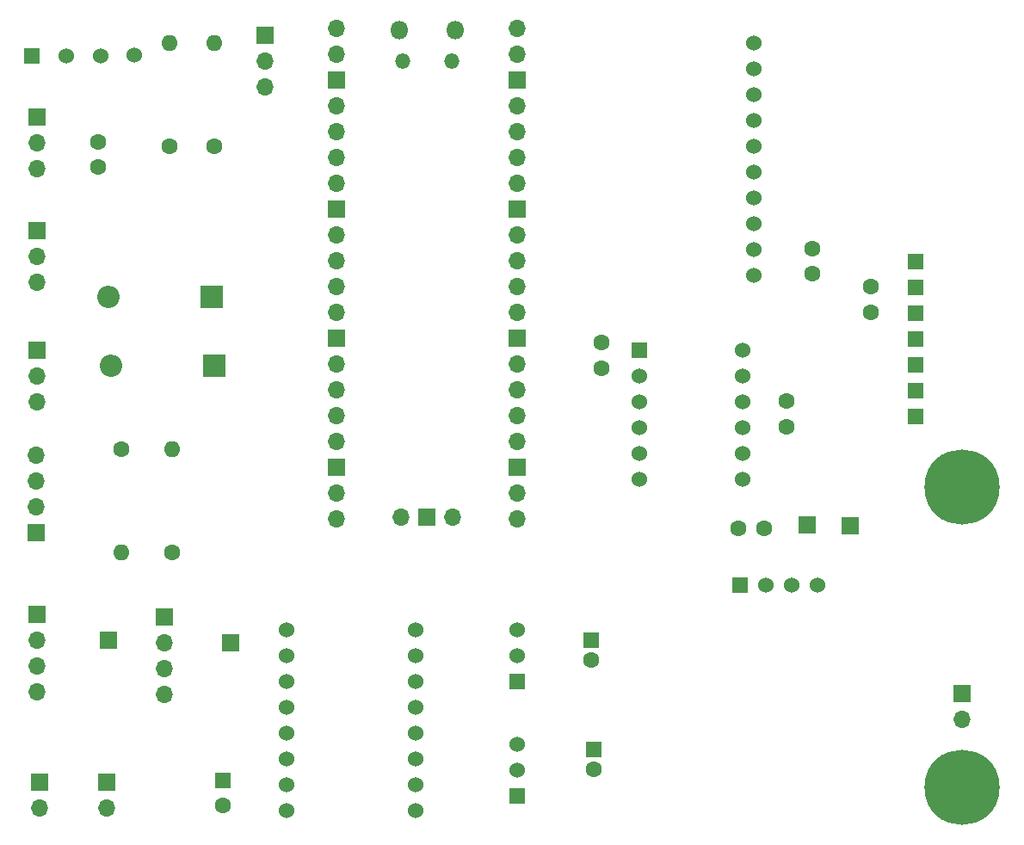
<source format=gbr>
%TF.GenerationSoftware,KiCad,Pcbnew,8.0.7*%
%TF.CreationDate,2025-01-07T22:46:36+01:00*%
%TF.ProjectId,simple-robot,73696d70-6c65-42d7-926f-626f742e6b69,rev?*%
%TF.SameCoordinates,Original*%
%TF.FileFunction,Soldermask,Bot*%
%TF.FilePolarity,Negative*%
%FSLAX46Y46*%
G04 Gerber Fmt 4.6, Leading zero omitted, Abs format (unit mm)*
G04 Created by KiCad (PCBNEW 8.0.7) date 2025-01-07 22:46:36*
%MOMM*%
%LPD*%
G01*
G04 APERTURE LIST*
%ADD10R,1.524000X1.524000*%
%ADD11C,1.524000*%
%ADD12R,1.700000X1.700000*%
%ADD13O,1.700000X1.700000*%
%ADD14C,1.600000*%
%ADD15O,1.600000X1.600000*%
%ADD16R,1.600000X1.600000*%
%ADD17R,2.200000X2.200000*%
%ADD18O,2.200000X2.200000*%
%ADD19O,1.800000X1.800000*%
%ADD20O,1.500000X1.500000*%
%ADD21C,7.400000*%
G04 APERTURE END LIST*
D10*
%TO.C,OLED1*%
X126670000Y-114635000D03*
D11*
X129210000Y-114635000D03*
X131750000Y-114635000D03*
X134290000Y-114635000D03*
%TD*%
D12*
%TO.C,ENCA1*%
X57500000Y-117500000D03*
D13*
X57500000Y-120040000D03*
X57500000Y-122580000D03*
X57500000Y-125120000D03*
%TD*%
D10*
%TO.C,R1*%
X143940000Y-98000000D03*
X143940000Y-95460000D03*
X143940000Y-92920000D03*
X143940000Y-90380000D03*
X143940000Y-87840000D03*
X143940000Y-85300000D03*
X143940000Y-82760000D03*
%TD*%
D14*
%TO.C,C8*%
X131250000Y-96500000D03*
X131250000Y-99000000D03*
%TD*%
%TO.C,R5*%
X70750000Y-111410000D03*
D15*
X70750000Y-101250000D03*
%TD*%
D12*
%TO.C,J2*%
X79880000Y-60500000D03*
D13*
X79880000Y-63040000D03*
X79880000Y-65580000D03*
%TD*%
D10*
%TO.C,S5V1*%
X104750000Y-124080000D03*
D11*
X104750000Y-121540000D03*
X104750000Y-119000000D03*
%TD*%
D12*
%TO.C,TP1*%
X133250000Y-108670000D03*
%TD*%
D10*
%TO.C,S6V1*%
X104750000Y-135340000D03*
D11*
X104750000Y-132800000D03*
X104750000Y-130260000D03*
%TD*%
D14*
%TO.C,C5*%
X139500000Y-85250000D03*
X139500000Y-87750000D03*
%TD*%
D16*
%TO.C,C2*%
X112000000Y-120000000D03*
D14*
X112000000Y-122000000D03*
%TD*%
D12*
%TO.C,J3*%
X57500000Y-79750000D03*
D13*
X57500000Y-82290000D03*
X57500000Y-84830000D03*
%TD*%
D14*
%TO.C,C7*%
X113000000Y-90750000D03*
X113000000Y-93250000D03*
%TD*%
D12*
%TO.C,J4*%
X57500000Y-68550000D03*
D13*
X57500000Y-71090000D03*
X57500000Y-73630000D03*
%TD*%
D12*
%TO.C,ENCB1*%
X70000000Y-117750000D03*
D13*
X70000000Y-120290000D03*
X70000000Y-122830000D03*
X70000000Y-125370000D03*
%TD*%
D16*
%TO.C,C3*%
X112250000Y-130750000D03*
D14*
X112250000Y-132750000D03*
%TD*%
D17*
%TO.C,D1*%
X74910000Y-93000000D03*
D18*
X64750000Y-93000000D03*
%TD*%
D14*
%TO.C,C9*%
X63500000Y-71000000D03*
X63500000Y-73500000D03*
%TD*%
%TO.C,R4*%
X65750000Y-101250000D03*
D15*
X65750000Y-111410000D03*
%TD*%
D12*
%TO.C,TP2*%
X137500000Y-108750000D03*
%TD*%
D11*
%TO.C,IMU1*%
X128000000Y-84110000D03*
X128000000Y-81570000D03*
X128000000Y-79030000D03*
X128000000Y-76490000D03*
X128000000Y-73950000D03*
X128000000Y-71410000D03*
X128000000Y-68870000D03*
X128000000Y-66330000D03*
X128000000Y-63790000D03*
X128000000Y-61250000D03*
%TD*%
D12*
%TO.C,J1*%
X57500000Y-91500000D03*
D13*
X57500000Y-94040000D03*
X57500000Y-96580000D03*
%TD*%
D19*
%TO.C,U1*%
X93135000Y-60000000D03*
D20*
X93435000Y-63030000D03*
X98285000Y-63030000D03*
D19*
X98585000Y-60000000D03*
D13*
X86970000Y-59870000D03*
X86970000Y-62410000D03*
D12*
X86970000Y-64950000D03*
D13*
X86970000Y-67490000D03*
X86970000Y-70030000D03*
X86970000Y-72570000D03*
X86970000Y-75110000D03*
D12*
X86970000Y-77650000D03*
D13*
X86970000Y-80190000D03*
X86970000Y-82730000D03*
X86970000Y-85270000D03*
X86970000Y-87810000D03*
D12*
X86970000Y-90350000D03*
D13*
X86970000Y-92890000D03*
X86970000Y-95430000D03*
X86970000Y-97970000D03*
X86970000Y-100510000D03*
D12*
X86970000Y-103050000D03*
D13*
X86970000Y-105590000D03*
X86970000Y-108130000D03*
X104750000Y-108130000D03*
X104750000Y-105590000D03*
D12*
X104750000Y-103050000D03*
D13*
X104750000Y-100510000D03*
X104750000Y-97970000D03*
X104750000Y-95430000D03*
X104750000Y-92890000D03*
D12*
X104750000Y-90350000D03*
D13*
X104750000Y-87810000D03*
X104750000Y-85270000D03*
X104750000Y-82730000D03*
X104750000Y-80190000D03*
D12*
X104750000Y-77650000D03*
D13*
X104750000Y-75110000D03*
X104750000Y-72570000D03*
X104750000Y-70030000D03*
X104750000Y-67490000D03*
D12*
X104750000Y-64950000D03*
D13*
X104750000Y-62410000D03*
X104750000Y-59870000D03*
X93320000Y-107900000D03*
D12*
X95860000Y-107900000D03*
D13*
X98400000Y-107900000D03*
%TD*%
D16*
%TO.C,C1*%
X75750000Y-133817600D03*
D14*
X75750000Y-136317600D03*
%TD*%
D10*
%TO.C,D3*%
X57000000Y-62500000D03*
D11*
X60360000Y-62500000D03*
X63720000Y-62500000D03*
X67080000Y-62420000D03*
%TD*%
D21*
%TO.C,REF-MNT*%
X148500000Y-105000000D03*
%TD*%
%TO.C,REF\u002A\u002A*%
X148500000Y-134500000D03*
%TD*%
D12*
%TO.C,TP3*%
X64500000Y-120000000D03*
%TD*%
%TO.C,BATT1*%
X148500000Y-125250000D03*
D13*
X148500000Y-127790000D03*
%TD*%
D14*
%TO.C,R3*%
X74922000Y-71460000D03*
D15*
X74922000Y-61300000D03*
%TD*%
D14*
%TO.C,C4*%
X133750000Y-81500000D03*
X133750000Y-84000000D03*
%TD*%
D12*
%TO.C,MOTB1*%
X64362500Y-134000000D03*
D13*
X64362500Y-136540000D03*
%TD*%
D10*
%TO.C,LS_1*%
X116750000Y-91500000D03*
D11*
X116750000Y-94040000D03*
X116750000Y-96580000D03*
X116750000Y-99120000D03*
X116750000Y-101660000D03*
X116750000Y-104200000D03*
X126910000Y-91500000D03*
X126910000Y-94040000D03*
X126910000Y-96580000D03*
X126910000Y-99120000D03*
X126910000Y-101660000D03*
X126910000Y-104200000D03*
%TD*%
D12*
%TO.C,HC-SRo4*%
X57400000Y-109430000D03*
D13*
X57400000Y-106890000D03*
X57400000Y-104350000D03*
X57400000Y-101810000D03*
%TD*%
D17*
%TO.C,D2*%
X74660000Y-86250000D03*
D18*
X64500000Y-86250000D03*
%TD*%
D12*
%TO.C,TP4*%
X76500000Y-120250000D03*
%TD*%
D14*
%TO.C,C6*%
X126500000Y-109000000D03*
X129000000Y-109000000D03*
%TD*%
D11*
%TO.C,MD1*%
X82000000Y-119000011D03*
X82000000Y-121537153D03*
X82000000Y-124074295D03*
X82000000Y-126611437D03*
X82000000Y-129148579D03*
X82000000Y-131685721D03*
X82000000Y-134222863D03*
X82000000Y-136760011D03*
X94730000Y-119000011D03*
X94730000Y-121537153D03*
X94730000Y-124074295D03*
X94730000Y-126611437D03*
X94730000Y-129148579D03*
X94730000Y-131685721D03*
X94730000Y-134222863D03*
X94730000Y-136760011D03*
%TD*%
D12*
%TO.C,MOTA1*%
X57750000Y-134000000D03*
D13*
X57750000Y-136540000D03*
%TD*%
D14*
%TO.C,R2*%
X70500000Y-71410000D03*
D15*
X70500000Y-61250000D03*
%TD*%
M02*

</source>
